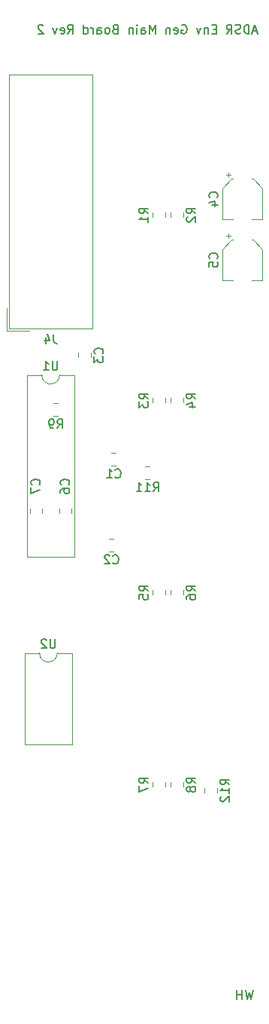
<source format=gbr>
G04 #@! TF.GenerationSoftware,KiCad,Pcbnew,(5.1.4-0-10_14)*
G04 #@! TF.CreationDate,2019-10-08T20:54:05-07:00*
G04 #@! TF.ProjectId,ADSR_Main_IO,41445352-5f4d-4616-996e-5f494f2e6b69,rev?*
G04 #@! TF.SameCoordinates,Original*
G04 #@! TF.FileFunction,Legend,Bot*
G04 #@! TF.FilePolarity,Positive*
%FSLAX46Y46*%
G04 Gerber Fmt 4.6, Leading zero omitted, Abs format (unit mm)*
G04 Created by KiCad (PCBNEW (5.1.4-0-10_14)) date 2019-10-08 20:54:05*
%MOMM*%
%LPD*%
G04 APERTURE LIST*
%ADD10C,0.150000*%
%ADD11C,0.120000*%
G04 APERTURE END LIST*
D10*
X92138380Y-157694380D02*
X91900285Y-158694380D01*
X91709809Y-157980095D01*
X91519333Y-158694380D01*
X91281238Y-157694380D01*
X90900285Y-158694380D02*
X90900285Y-157694380D01*
X90900285Y-158170571D02*
X90328857Y-158170571D01*
X90328857Y-158694380D02*
X90328857Y-157694380D01*
X92597333Y-49950666D02*
X92121142Y-49950666D01*
X92692571Y-50236380D02*
X92359238Y-49236380D01*
X92025904Y-50236380D01*
X91692571Y-50236380D02*
X91692571Y-49236380D01*
X91454476Y-49236380D01*
X91311619Y-49284000D01*
X91216380Y-49379238D01*
X91168761Y-49474476D01*
X91121142Y-49664952D01*
X91121142Y-49807809D01*
X91168761Y-49998285D01*
X91216380Y-50093523D01*
X91311619Y-50188761D01*
X91454476Y-50236380D01*
X91692571Y-50236380D01*
X90740190Y-50188761D02*
X90597333Y-50236380D01*
X90359238Y-50236380D01*
X90264000Y-50188761D01*
X90216380Y-50141142D01*
X90168761Y-50045904D01*
X90168761Y-49950666D01*
X90216380Y-49855428D01*
X90264000Y-49807809D01*
X90359238Y-49760190D01*
X90549714Y-49712571D01*
X90644952Y-49664952D01*
X90692571Y-49617333D01*
X90740190Y-49522095D01*
X90740190Y-49426857D01*
X90692571Y-49331619D01*
X90644952Y-49284000D01*
X90549714Y-49236380D01*
X90311619Y-49236380D01*
X90168761Y-49284000D01*
X89168761Y-50236380D02*
X89502095Y-49760190D01*
X89740190Y-50236380D02*
X89740190Y-49236380D01*
X89359238Y-49236380D01*
X89264000Y-49284000D01*
X89216380Y-49331619D01*
X89168761Y-49426857D01*
X89168761Y-49569714D01*
X89216380Y-49664952D01*
X89264000Y-49712571D01*
X89359238Y-49760190D01*
X89740190Y-49760190D01*
X87978285Y-49712571D02*
X87644952Y-49712571D01*
X87502095Y-50236380D02*
X87978285Y-50236380D01*
X87978285Y-49236380D01*
X87502095Y-49236380D01*
X87073523Y-49569714D02*
X87073523Y-50236380D01*
X87073523Y-49664952D02*
X87025904Y-49617333D01*
X86930666Y-49569714D01*
X86787809Y-49569714D01*
X86692571Y-49617333D01*
X86644952Y-49712571D01*
X86644952Y-50236380D01*
X86264000Y-49569714D02*
X86025904Y-50236380D01*
X85787809Y-49569714D01*
X84121142Y-49284000D02*
X84216380Y-49236380D01*
X84359238Y-49236380D01*
X84502095Y-49284000D01*
X84597333Y-49379238D01*
X84644952Y-49474476D01*
X84692571Y-49664952D01*
X84692571Y-49807809D01*
X84644952Y-49998285D01*
X84597333Y-50093523D01*
X84502095Y-50188761D01*
X84359238Y-50236380D01*
X84264000Y-50236380D01*
X84121142Y-50188761D01*
X84073523Y-50141142D01*
X84073523Y-49807809D01*
X84264000Y-49807809D01*
X83264000Y-50188761D02*
X83359238Y-50236380D01*
X83549714Y-50236380D01*
X83644952Y-50188761D01*
X83692571Y-50093523D01*
X83692571Y-49712571D01*
X83644952Y-49617333D01*
X83549714Y-49569714D01*
X83359238Y-49569714D01*
X83264000Y-49617333D01*
X83216380Y-49712571D01*
X83216380Y-49807809D01*
X83692571Y-49903047D01*
X82787809Y-49569714D02*
X82787809Y-50236380D01*
X82787809Y-49664952D02*
X82740190Y-49617333D01*
X82644952Y-49569714D01*
X82502095Y-49569714D01*
X82406857Y-49617333D01*
X82359238Y-49712571D01*
X82359238Y-50236380D01*
X81121142Y-50236380D02*
X81121142Y-49236380D01*
X80787809Y-49950666D01*
X80454476Y-49236380D01*
X80454476Y-50236380D01*
X79549714Y-50236380D02*
X79549714Y-49712571D01*
X79597333Y-49617333D01*
X79692571Y-49569714D01*
X79883047Y-49569714D01*
X79978285Y-49617333D01*
X79549714Y-50188761D02*
X79644952Y-50236380D01*
X79883047Y-50236380D01*
X79978285Y-50188761D01*
X80025904Y-50093523D01*
X80025904Y-49998285D01*
X79978285Y-49903047D01*
X79883047Y-49855428D01*
X79644952Y-49855428D01*
X79549714Y-49807809D01*
X79073523Y-50236380D02*
X79073523Y-49569714D01*
X79073523Y-49236380D02*
X79121142Y-49284000D01*
X79073523Y-49331619D01*
X79025904Y-49284000D01*
X79073523Y-49236380D01*
X79073523Y-49331619D01*
X78597333Y-49569714D02*
X78597333Y-50236380D01*
X78597333Y-49664952D02*
X78549714Y-49617333D01*
X78454476Y-49569714D01*
X78311619Y-49569714D01*
X78216380Y-49617333D01*
X78168761Y-49712571D01*
X78168761Y-50236380D01*
X76597333Y-49712571D02*
X76454476Y-49760190D01*
X76406857Y-49807809D01*
X76359238Y-49903047D01*
X76359238Y-50045904D01*
X76406857Y-50141142D01*
X76454476Y-50188761D01*
X76549714Y-50236380D01*
X76930666Y-50236380D01*
X76930666Y-49236380D01*
X76597333Y-49236380D01*
X76502095Y-49284000D01*
X76454476Y-49331619D01*
X76406857Y-49426857D01*
X76406857Y-49522095D01*
X76454476Y-49617333D01*
X76502095Y-49664952D01*
X76597333Y-49712571D01*
X76930666Y-49712571D01*
X75787809Y-50236380D02*
X75883047Y-50188761D01*
X75930666Y-50141142D01*
X75978285Y-50045904D01*
X75978285Y-49760190D01*
X75930666Y-49664952D01*
X75883047Y-49617333D01*
X75787809Y-49569714D01*
X75644952Y-49569714D01*
X75549714Y-49617333D01*
X75502095Y-49664952D01*
X75454476Y-49760190D01*
X75454476Y-50045904D01*
X75502095Y-50141142D01*
X75549714Y-50188761D01*
X75644952Y-50236380D01*
X75787809Y-50236380D01*
X74597333Y-50236380D02*
X74597333Y-49712571D01*
X74644952Y-49617333D01*
X74740190Y-49569714D01*
X74930666Y-49569714D01*
X75025904Y-49617333D01*
X74597333Y-50188761D02*
X74692571Y-50236380D01*
X74930666Y-50236380D01*
X75025904Y-50188761D01*
X75073523Y-50093523D01*
X75073523Y-49998285D01*
X75025904Y-49903047D01*
X74930666Y-49855428D01*
X74692571Y-49855428D01*
X74597333Y-49807809D01*
X74121142Y-50236380D02*
X74121142Y-49569714D01*
X74121142Y-49760190D02*
X74073523Y-49664952D01*
X74025904Y-49617333D01*
X73930666Y-49569714D01*
X73835428Y-49569714D01*
X73073523Y-50236380D02*
X73073523Y-49236380D01*
X73073523Y-50188761D02*
X73168761Y-50236380D01*
X73359238Y-50236380D01*
X73454476Y-50188761D01*
X73502095Y-50141142D01*
X73549714Y-50045904D01*
X73549714Y-49760190D01*
X73502095Y-49664952D01*
X73454476Y-49617333D01*
X73359238Y-49569714D01*
X73168761Y-49569714D01*
X73073523Y-49617333D01*
X71264000Y-50236380D02*
X71597333Y-49760190D01*
X71835428Y-50236380D02*
X71835428Y-49236380D01*
X71454476Y-49236380D01*
X71359238Y-49284000D01*
X71311619Y-49331619D01*
X71264000Y-49426857D01*
X71264000Y-49569714D01*
X71311619Y-49664952D01*
X71359238Y-49712571D01*
X71454476Y-49760190D01*
X71835428Y-49760190D01*
X70454476Y-50188761D02*
X70549714Y-50236380D01*
X70740190Y-50236380D01*
X70835428Y-50188761D01*
X70883047Y-50093523D01*
X70883047Y-49712571D01*
X70835428Y-49617333D01*
X70740190Y-49569714D01*
X70549714Y-49569714D01*
X70454476Y-49617333D01*
X70406857Y-49712571D01*
X70406857Y-49807809D01*
X70883047Y-49903047D01*
X70073523Y-49569714D02*
X69835428Y-50236380D01*
X69597333Y-49569714D01*
X68502095Y-49331619D02*
X68454476Y-49284000D01*
X68359238Y-49236380D01*
X68121142Y-49236380D01*
X68025904Y-49284000D01*
X67978285Y-49331619D01*
X67930666Y-49426857D01*
X67930666Y-49522095D01*
X67978285Y-49664952D01*
X68549714Y-50236380D01*
X67930666Y-50236380D01*
D11*
X66692000Y-88586000D02*
X68342000Y-88586000D01*
X66692000Y-109026000D02*
X66692000Y-88586000D01*
X71992000Y-109026000D02*
X66692000Y-109026000D01*
X71992000Y-88586000D02*
X71992000Y-109026000D01*
X70342000Y-88586000D02*
X71992000Y-88586000D01*
X68342000Y-88586000D02*
G75*
G03X70342000Y-88586000I1000000J0D01*
G01*
X64417000Y-83578000D02*
X66957000Y-83578000D01*
X64417000Y-83578000D02*
X64417000Y-81038000D01*
X64667000Y-83328000D02*
X74017000Y-83328000D01*
X64667000Y-54848000D02*
X64667000Y-83328000D01*
X74017000Y-54848000D02*
X64667000Y-54848000D01*
X74017000Y-83328000D02*
X74017000Y-54848000D01*
X82244000Y-70353422D02*
X82244000Y-70870578D01*
X80824000Y-70353422D02*
X80824000Y-70870578D01*
X82856000Y-70870578D02*
X82856000Y-70353422D01*
X84276000Y-70870578D02*
X84276000Y-70353422D01*
X82244000Y-91181422D02*
X82244000Y-91698578D01*
X80824000Y-91181422D02*
X80824000Y-91698578D01*
X82856000Y-91698578D02*
X82856000Y-91181422D01*
X84276000Y-91698578D02*
X84276000Y-91181422D01*
X82244000Y-112771422D02*
X82244000Y-113288578D01*
X80824000Y-112771422D02*
X80824000Y-113288578D01*
X82856000Y-113288578D02*
X82856000Y-112771422D01*
X84276000Y-113288578D02*
X84276000Y-112771422D01*
X82244000Y-134361422D02*
X82244000Y-134878578D01*
X80824000Y-134361422D02*
X80824000Y-134878578D01*
X82856000Y-134878578D02*
X82856000Y-134361422D01*
X84276000Y-134878578D02*
X84276000Y-134361422D01*
X76195422Y-97334000D02*
X76712578Y-97334000D01*
X76195422Y-98754000D02*
X76712578Y-98754000D01*
X75941422Y-106986000D02*
X76458578Y-106986000D01*
X75941422Y-108406000D02*
X76458578Y-108406000D01*
X72442000Y-86618578D02*
X72442000Y-86101422D01*
X73862000Y-86618578D02*
X73862000Y-86101422D01*
X89122000Y-66062000D02*
X89622000Y-66062000D01*
X89372000Y-65812000D02*
X89372000Y-66312000D01*
X92127563Y-66552000D02*
X93192000Y-67616437D01*
X89736437Y-66552000D02*
X88672000Y-67616437D01*
X89736437Y-66552000D02*
X89872000Y-66552000D01*
X92127563Y-66552000D02*
X91992000Y-66552000D01*
X93192000Y-67616437D02*
X93192000Y-71072000D01*
X88672000Y-67616437D02*
X88672000Y-71072000D01*
X88672000Y-71072000D02*
X89872000Y-71072000D01*
X93192000Y-71072000D02*
X91992000Y-71072000D01*
X89122000Y-72920000D02*
X89622000Y-72920000D01*
X89372000Y-72670000D02*
X89372000Y-73170000D01*
X92127563Y-73410000D02*
X93192000Y-74474437D01*
X89736437Y-73410000D02*
X88672000Y-74474437D01*
X89736437Y-73410000D02*
X89872000Y-73410000D01*
X92127563Y-73410000D02*
X91992000Y-73410000D01*
X93192000Y-74474437D02*
X93192000Y-77930000D01*
X88672000Y-74474437D02*
X88672000Y-77930000D01*
X88672000Y-77930000D02*
X89872000Y-77930000D01*
X93192000Y-77930000D02*
X91992000Y-77930000D01*
X69669922Y-91746000D02*
X70187078Y-91746000D01*
X69669922Y-93166000D02*
X70187078Y-93166000D01*
X80005422Y-98858000D02*
X80522578Y-98858000D01*
X80005422Y-100278000D02*
X80522578Y-100278000D01*
X66438000Y-119828000D02*
X68088000Y-119828000D01*
X66438000Y-130108000D02*
X66438000Y-119828000D01*
X71738000Y-130108000D02*
X66438000Y-130108000D01*
X71738000Y-119828000D02*
X71738000Y-130108000D01*
X70088000Y-119828000D02*
X71738000Y-119828000D01*
X68088000Y-119828000D02*
G75*
G03X70088000Y-119828000I1000000J0D01*
G01*
X88086000Y-135513578D02*
X88086000Y-134996422D01*
X86666000Y-135513578D02*
X86666000Y-134996422D01*
X71703000Y-103627422D02*
X71703000Y-104144578D01*
X70283000Y-103627422D02*
X70283000Y-104144578D01*
X66981000Y-103627422D02*
X66981000Y-104144578D01*
X68401000Y-103627422D02*
X68401000Y-104144578D01*
D10*
X70103904Y-87038380D02*
X70103904Y-87847904D01*
X70056285Y-87943142D01*
X70008666Y-87990761D01*
X69913428Y-88038380D01*
X69722952Y-88038380D01*
X69627714Y-87990761D01*
X69580095Y-87943142D01*
X69532476Y-87847904D01*
X69532476Y-87038380D01*
X68532476Y-88038380D02*
X69103904Y-88038380D01*
X68818190Y-88038380D02*
X68818190Y-87038380D01*
X68913428Y-87181238D01*
X69008666Y-87276476D01*
X69103904Y-87324095D01*
X69675333Y-84034380D02*
X69675333Y-84748666D01*
X69722952Y-84891523D01*
X69818190Y-84986761D01*
X69961047Y-85034380D01*
X70056285Y-85034380D01*
X68770571Y-84367714D02*
X68770571Y-85034380D01*
X69008666Y-83986761D02*
X69246761Y-84701047D01*
X68627714Y-84701047D01*
X80336380Y-70445333D02*
X79860190Y-70112000D01*
X80336380Y-69873904D02*
X79336380Y-69873904D01*
X79336380Y-70254857D01*
X79384000Y-70350095D01*
X79431619Y-70397714D01*
X79526857Y-70445333D01*
X79669714Y-70445333D01*
X79764952Y-70397714D01*
X79812571Y-70350095D01*
X79860190Y-70254857D01*
X79860190Y-69873904D01*
X80336380Y-71397714D02*
X80336380Y-70826285D01*
X80336380Y-71112000D02*
X79336380Y-71112000D01*
X79479238Y-71016761D01*
X79574476Y-70921523D01*
X79622095Y-70826285D01*
X85668380Y-70445333D02*
X85192190Y-70112000D01*
X85668380Y-69873904D02*
X84668380Y-69873904D01*
X84668380Y-70254857D01*
X84716000Y-70350095D01*
X84763619Y-70397714D01*
X84858857Y-70445333D01*
X85001714Y-70445333D01*
X85096952Y-70397714D01*
X85144571Y-70350095D01*
X85192190Y-70254857D01*
X85192190Y-69873904D01*
X84763619Y-70826285D02*
X84716000Y-70873904D01*
X84668380Y-70969142D01*
X84668380Y-71207238D01*
X84716000Y-71302476D01*
X84763619Y-71350095D01*
X84858857Y-71397714D01*
X84954095Y-71397714D01*
X85096952Y-71350095D01*
X85668380Y-70778666D01*
X85668380Y-71397714D01*
X80336380Y-91273333D02*
X79860190Y-90940000D01*
X80336380Y-90701904D02*
X79336380Y-90701904D01*
X79336380Y-91082857D01*
X79384000Y-91178095D01*
X79431619Y-91225714D01*
X79526857Y-91273333D01*
X79669714Y-91273333D01*
X79764952Y-91225714D01*
X79812571Y-91178095D01*
X79860190Y-91082857D01*
X79860190Y-90701904D01*
X79336380Y-91606666D02*
X79336380Y-92225714D01*
X79717333Y-91892380D01*
X79717333Y-92035238D01*
X79764952Y-92130476D01*
X79812571Y-92178095D01*
X79907809Y-92225714D01*
X80145904Y-92225714D01*
X80241142Y-92178095D01*
X80288761Y-92130476D01*
X80336380Y-92035238D01*
X80336380Y-91749523D01*
X80288761Y-91654285D01*
X80241142Y-91606666D01*
X85668380Y-91273333D02*
X85192190Y-90940000D01*
X85668380Y-90701904D02*
X84668380Y-90701904D01*
X84668380Y-91082857D01*
X84716000Y-91178095D01*
X84763619Y-91225714D01*
X84858857Y-91273333D01*
X85001714Y-91273333D01*
X85096952Y-91225714D01*
X85144571Y-91178095D01*
X85192190Y-91082857D01*
X85192190Y-90701904D01*
X85001714Y-92130476D02*
X85668380Y-92130476D01*
X84620761Y-91892380D02*
X85335047Y-91654285D01*
X85335047Y-92273333D01*
X80336380Y-112863333D02*
X79860190Y-112530000D01*
X80336380Y-112291904D02*
X79336380Y-112291904D01*
X79336380Y-112672857D01*
X79384000Y-112768095D01*
X79431619Y-112815714D01*
X79526857Y-112863333D01*
X79669714Y-112863333D01*
X79764952Y-112815714D01*
X79812571Y-112768095D01*
X79860190Y-112672857D01*
X79860190Y-112291904D01*
X79336380Y-113768095D02*
X79336380Y-113291904D01*
X79812571Y-113244285D01*
X79764952Y-113291904D01*
X79717333Y-113387142D01*
X79717333Y-113625238D01*
X79764952Y-113720476D01*
X79812571Y-113768095D01*
X79907809Y-113815714D01*
X80145904Y-113815714D01*
X80241142Y-113768095D01*
X80288761Y-113720476D01*
X80336380Y-113625238D01*
X80336380Y-113387142D01*
X80288761Y-113291904D01*
X80241142Y-113244285D01*
X85668380Y-112863333D02*
X85192190Y-112530000D01*
X85668380Y-112291904D02*
X84668380Y-112291904D01*
X84668380Y-112672857D01*
X84716000Y-112768095D01*
X84763619Y-112815714D01*
X84858857Y-112863333D01*
X85001714Y-112863333D01*
X85096952Y-112815714D01*
X85144571Y-112768095D01*
X85192190Y-112672857D01*
X85192190Y-112291904D01*
X84668380Y-113720476D02*
X84668380Y-113530000D01*
X84716000Y-113434761D01*
X84763619Y-113387142D01*
X84906476Y-113291904D01*
X85096952Y-113244285D01*
X85477904Y-113244285D01*
X85573142Y-113291904D01*
X85620761Y-113339523D01*
X85668380Y-113434761D01*
X85668380Y-113625238D01*
X85620761Y-113720476D01*
X85573142Y-113768095D01*
X85477904Y-113815714D01*
X85239809Y-113815714D01*
X85144571Y-113768095D01*
X85096952Y-113720476D01*
X85049333Y-113625238D01*
X85049333Y-113434761D01*
X85096952Y-113339523D01*
X85144571Y-113291904D01*
X85239809Y-113244285D01*
X80336380Y-134453333D02*
X79860190Y-134120000D01*
X80336380Y-133881904D02*
X79336380Y-133881904D01*
X79336380Y-134262857D01*
X79384000Y-134358095D01*
X79431619Y-134405714D01*
X79526857Y-134453333D01*
X79669714Y-134453333D01*
X79764952Y-134405714D01*
X79812571Y-134358095D01*
X79860190Y-134262857D01*
X79860190Y-133881904D01*
X79336380Y-134786666D02*
X79336380Y-135453333D01*
X80336380Y-135024761D01*
X85668380Y-134453333D02*
X85192190Y-134120000D01*
X85668380Y-133881904D02*
X84668380Y-133881904D01*
X84668380Y-134262857D01*
X84716000Y-134358095D01*
X84763619Y-134405714D01*
X84858857Y-134453333D01*
X85001714Y-134453333D01*
X85096952Y-134405714D01*
X85144571Y-134358095D01*
X85192190Y-134262857D01*
X85192190Y-133881904D01*
X85096952Y-135024761D02*
X85049333Y-134929523D01*
X85001714Y-134881904D01*
X84906476Y-134834285D01*
X84858857Y-134834285D01*
X84763619Y-134881904D01*
X84716000Y-134929523D01*
X84668380Y-135024761D01*
X84668380Y-135215238D01*
X84716000Y-135310476D01*
X84763619Y-135358095D01*
X84858857Y-135405714D01*
X84906476Y-135405714D01*
X85001714Y-135358095D01*
X85049333Y-135310476D01*
X85096952Y-135215238D01*
X85096952Y-135024761D01*
X85144571Y-134929523D01*
X85192190Y-134881904D01*
X85287428Y-134834285D01*
X85477904Y-134834285D01*
X85573142Y-134881904D01*
X85620761Y-134929523D01*
X85668380Y-135024761D01*
X85668380Y-135215238D01*
X85620761Y-135310476D01*
X85573142Y-135358095D01*
X85477904Y-135405714D01*
X85287428Y-135405714D01*
X85192190Y-135358095D01*
X85144571Y-135310476D01*
X85096952Y-135215238D01*
X76620666Y-100051142D02*
X76668285Y-100098761D01*
X76811142Y-100146380D01*
X76906380Y-100146380D01*
X77049238Y-100098761D01*
X77144476Y-100003523D01*
X77192095Y-99908285D01*
X77239714Y-99717809D01*
X77239714Y-99574952D01*
X77192095Y-99384476D01*
X77144476Y-99289238D01*
X77049238Y-99194000D01*
X76906380Y-99146380D01*
X76811142Y-99146380D01*
X76668285Y-99194000D01*
X76620666Y-99241619D01*
X75668285Y-100146380D02*
X76239714Y-100146380D01*
X75954000Y-100146380D02*
X75954000Y-99146380D01*
X76049238Y-99289238D01*
X76144476Y-99384476D01*
X76239714Y-99432095D01*
X76366666Y-109703142D02*
X76414285Y-109750761D01*
X76557142Y-109798380D01*
X76652380Y-109798380D01*
X76795238Y-109750761D01*
X76890476Y-109655523D01*
X76938095Y-109560285D01*
X76985714Y-109369809D01*
X76985714Y-109226952D01*
X76938095Y-109036476D01*
X76890476Y-108941238D01*
X76795238Y-108846000D01*
X76652380Y-108798380D01*
X76557142Y-108798380D01*
X76414285Y-108846000D01*
X76366666Y-108893619D01*
X75985714Y-108893619D02*
X75938095Y-108846000D01*
X75842857Y-108798380D01*
X75604761Y-108798380D01*
X75509523Y-108846000D01*
X75461904Y-108893619D01*
X75414285Y-108988857D01*
X75414285Y-109084095D01*
X75461904Y-109226952D01*
X76033333Y-109798380D01*
X75414285Y-109798380D01*
X75159142Y-86193333D02*
X75206761Y-86145714D01*
X75254380Y-86002857D01*
X75254380Y-85907619D01*
X75206761Y-85764761D01*
X75111523Y-85669523D01*
X75016285Y-85621904D01*
X74825809Y-85574285D01*
X74682952Y-85574285D01*
X74492476Y-85621904D01*
X74397238Y-85669523D01*
X74302000Y-85764761D01*
X74254380Y-85907619D01*
X74254380Y-86002857D01*
X74302000Y-86145714D01*
X74349619Y-86193333D01*
X74254380Y-86526666D02*
X74254380Y-87145714D01*
X74635333Y-86812380D01*
X74635333Y-86955238D01*
X74682952Y-87050476D01*
X74730571Y-87098095D01*
X74825809Y-87145714D01*
X75063904Y-87145714D01*
X75159142Y-87098095D01*
X75206761Y-87050476D01*
X75254380Y-86955238D01*
X75254380Y-86669523D01*
X75206761Y-86574285D01*
X75159142Y-86526666D01*
X88089142Y-68645333D02*
X88136761Y-68597714D01*
X88184380Y-68454857D01*
X88184380Y-68359619D01*
X88136761Y-68216761D01*
X88041523Y-68121523D01*
X87946285Y-68073904D01*
X87755809Y-68026285D01*
X87612952Y-68026285D01*
X87422476Y-68073904D01*
X87327238Y-68121523D01*
X87232000Y-68216761D01*
X87184380Y-68359619D01*
X87184380Y-68454857D01*
X87232000Y-68597714D01*
X87279619Y-68645333D01*
X87517714Y-69502476D02*
X88184380Y-69502476D01*
X87136761Y-69264380D02*
X87851047Y-69026285D01*
X87851047Y-69645333D01*
X88089142Y-75503333D02*
X88136761Y-75455714D01*
X88184380Y-75312857D01*
X88184380Y-75217619D01*
X88136761Y-75074761D01*
X88041523Y-74979523D01*
X87946285Y-74931904D01*
X87755809Y-74884285D01*
X87612952Y-74884285D01*
X87422476Y-74931904D01*
X87327238Y-74979523D01*
X87232000Y-75074761D01*
X87184380Y-75217619D01*
X87184380Y-75312857D01*
X87232000Y-75455714D01*
X87279619Y-75503333D01*
X87184380Y-76408095D02*
X87184380Y-75931904D01*
X87660571Y-75884285D01*
X87612952Y-75931904D01*
X87565333Y-76027142D01*
X87565333Y-76265238D01*
X87612952Y-76360476D01*
X87660571Y-76408095D01*
X87755809Y-76455714D01*
X87993904Y-76455714D01*
X88089142Y-76408095D01*
X88136761Y-76360476D01*
X88184380Y-76265238D01*
X88184380Y-76027142D01*
X88136761Y-75931904D01*
X88089142Y-75884285D01*
X70095166Y-94558380D02*
X70428500Y-94082190D01*
X70666595Y-94558380D02*
X70666595Y-93558380D01*
X70285642Y-93558380D01*
X70190404Y-93606000D01*
X70142785Y-93653619D01*
X70095166Y-93748857D01*
X70095166Y-93891714D01*
X70142785Y-93986952D01*
X70190404Y-94034571D01*
X70285642Y-94082190D01*
X70666595Y-94082190D01*
X69618976Y-94558380D02*
X69428500Y-94558380D01*
X69333261Y-94510761D01*
X69285642Y-94463142D01*
X69190404Y-94320285D01*
X69142785Y-94129809D01*
X69142785Y-93748857D01*
X69190404Y-93653619D01*
X69238023Y-93606000D01*
X69333261Y-93558380D01*
X69523738Y-93558380D01*
X69618976Y-93606000D01*
X69666595Y-93653619D01*
X69714214Y-93748857D01*
X69714214Y-93986952D01*
X69666595Y-94082190D01*
X69618976Y-94129809D01*
X69523738Y-94177428D01*
X69333261Y-94177428D01*
X69238023Y-94129809D01*
X69190404Y-94082190D01*
X69142785Y-93986952D01*
X80906857Y-101670380D02*
X81240190Y-101194190D01*
X81478285Y-101670380D02*
X81478285Y-100670380D01*
X81097333Y-100670380D01*
X81002095Y-100718000D01*
X80954476Y-100765619D01*
X80906857Y-100860857D01*
X80906857Y-101003714D01*
X80954476Y-101098952D01*
X81002095Y-101146571D01*
X81097333Y-101194190D01*
X81478285Y-101194190D01*
X79954476Y-101670380D02*
X80525904Y-101670380D01*
X80240190Y-101670380D02*
X80240190Y-100670380D01*
X80335428Y-100813238D01*
X80430666Y-100908476D01*
X80525904Y-100956095D01*
X79002095Y-101670380D02*
X79573523Y-101670380D01*
X79287809Y-101670380D02*
X79287809Y-100670380D01*
X79383047Y-100813238D01*
X79478285Y-100908476D01*
X79573523Y-100956095D01*
X69849904Y-118280380D02*
X69849904Y-119089904D01*
X69802285Y-119185142D01*
X69754666Y-119232761D01*
X69659428Y-119280380D01*
X69468952Y-119280380D01*
X69373714Y-119232761D01*
X69326095Y-119185142D01*
X69278476Y-119089904D01*
X69278476Y-118280380D01*
X68849904Y-118375619D02*
X68802285Y-118328000D01*
X68707047Y-118280380D01*
X68468952Y-118280380D01*
X68373714Y-118328000D01*
X68326095Y-118375619D01*
X68278476Y-118470857D01*
X68278476Y-118566095D01*
X68326095Y-118708952D01*
X68897523Y-119280380D01*
X68278476Y-119280380D01*
X89478380Y-134612142D02*
X89002190Y-134278809D01*
X89478380Y-134040714D02*
X88478380Y-134040714D01*
X88478380Y-134421666D01*
X88526000Y-134516904D01*
X88573619Y-134564523D01*
X88668857Y-134612142D01*
X88811714Y-134612142D01*
X88906952Y-134564523D01*
X88954571Y-134516904D01*
X89002190Y-134421666D01*
X89002190Y-134040714D01*
X89478380Y-135564523D02*
X89478380Y-134993095D01*
X89478380Y-135278809D02*
X88478380Y-135278809D01*
X88621238Y-135183571D01*
X88716476Y-135088333D01*
X88764095Y-134993095D01*
X88573619Y-135945476D02*
X88526000Y-135993095D01*
X88478380Y-136088333D01*
X88478380Y-136326428D01*
X88526000Y-136421666D01*
X88573619Y-136469285D01*
X88668857Y-136516904D01*
X88764095Y-136516904D01*
X88906952Y-136469285D01*
X89478380Y-135897857D01*
X89478380Y-136516904D01*
X71350142Y-100925333D02*
X71397761Y-100877714D01*
X71445380Y-100734857D01*
X71445380Y-100639619D01*
X71397761Y-100496761D01*
X71302523Y-100401523D01*
X71207285Y-100353904D01*
X71016809Y-100306285D01*
X70873952Y-100306285D01*
X70683476Y-100353904D01*
X70588238Y-100401523D01*
X70493000Y-100496761D01*
X70445380Y-100639619D01*
X70445380Y-100734857D01*
X70493000Y-100877714D01*
X70540619Y-100925333D01*
X70445380Y-101782476D02*
X70445380Y-101592000D01*
X70493000Y-101496761D01*
X70540619Y-101449142D01*
X70683476Y-101353904D01*
X70873952Y-101306285D01*
X71254904Y-101306285D01*
X71350142Y-101353904D01*
X71397761Y-101401523D01*
X71445380Y-101496761D01*
X71445380Y-101687238D01*
X71397761Y-101782476D01*
X71350142Y-101830095D01*
X71254904Y-101877714D01*
X71016809Y-101877714D01*
X70921571Y-101830095D01*
X70873952Y-101782476D01*
X70826333Y-101687238D01*
X70826333Y-101496761D01*
X70873952Y-101401523D01*
X70921571Y-101353904D01*
X71016809Y-101306285D01*
X68048142Y-100925333D02*
X68095761Y-100877714D01*
X68143380Y-100734857D01*
X68143380Y-100639619D01*
X68095761Y-100496761D01*
X68000523Y-100401523D01*
X67905285Y-100353904D01*
X67714809Y-100306285D01*
X67571952Y-100306285D01*
X67381476Y-100353904D01*
X67286238Y-100401523D01*
X67191000Y-100496761D01*
X67143380Y-100639619D01*
X67143380Y-100734857D01*
X67191000Y-100877714D01*
X67238619Y-100925333D01*
X67143380Y-101258666D02*
X67143380Y-101925333D01*
X68143380Y-101496761D01*
M02*

</source>
